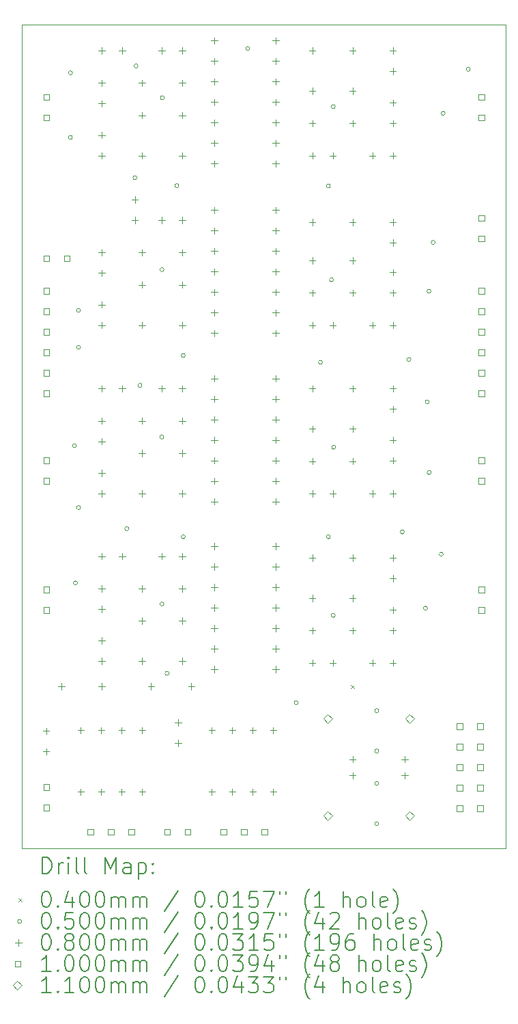
<source format=gbr>
%FSLAX45Y45*%
G04 Gerber Fmt 4.5, Leading zero omitted, Abs format (unit mm)*
G04 Created by KiCad (PCBNEW (6.0.4)) date 2023-11-12 14:03:17*
%MOMM*%
%LPD*%
G01*
G04 APERTURE LIST*
%TA.AperFunction,Profile*%
%ADD10C,0.100000*%
%TD*%
%ADD11C,0.200000*%
%ADD12C,0.040000*%
%ADD13C,0.050000*%
%ADD14C,0.080000*%
%ADD15C,0.100000*%
%ADD16C,0.110000*%
G04 APERTURE END LIST*
D10*
X14400000Y-4801000D02*
X14400000Y-14801000D01*
X8400000Y-14801000D02*
X8400000Y-4801000D01*
X8400000Y-4601000D02*
X14400000Y-4601000D01*
X14400000Y-14801000D02*
X8400000Y-14801000D01*
X8400000Y-4801000D02*
X8400000Y-4601000D01*
X14400000Y-4801000D02*
X14400000Y-4601000D01*
D11*
D12*
X12480000Y-12780000D02*
X12520000Y-12820000D01*
X12520000Y-12780000D02*
X12480000Y-12820000D01*
D13*
X9025000Y-5200000D02*
G75*
G03*
X9025000Y-5200000I-25000J0D01*
G01*
X9025000Y-6000000D02*
G75*
G03*
X9025000Y-6000000I-25000J0D01*
G01*
X9074255Y-9819757D02*
G75*
G03*
X9074255Y-9819757I-25000J0D01*
G01*
X9087642Y-11517179D02*
G75*
G03*
X9087642Y-11517179I-25000J0D01*
G01*
X9125000Y-8142902D02*
G75*
G03*
X9125000Y-8142902I-25000J0D01*
G01*
X9125000Y-8600000D02*
G75*
G03*
X9125000Y-8600000I-25000J0D01*
G01*
X9125000Y-10585000D02*
G75*
G03*
X9125000Y-10585000I-25000J0D01*
G01*
X9725000Y-10846000D02*
G75*
G03*
X9725000Y-10846000I-25000J0D01*
G01*
X9825256Y-6498017D02*
G75*
G03*
X9825256Y-6498017I-25000J0D01*
G01*
X9839549Y-5114549D02*
G75*
G03*
X9839549Y-5114549I-25000J0D01*
G01*
X9887481Y-9070425D02*
G75*
G03*
X9887481Y-9070425I-25000J0D01*
G01*
X10158466Y-9710572D02*
G75*
G03*
X10158466Y-9710572I-25000J0D01*
G01*
X10159329Y-11777909D02*
G75*
G03*
X10159329Y-11777909I-25000J0D01*
G01*
X10160883Y-7637372D02*
G75*
G03*
X10160883Y-7637372I-25000J0D01*
G01*
X10164766Y-5509079D02*
G75*
G03*
X10164766Y-5509079I-25000J0D01*
G01*
X10223336Y-12637915D02*
G75*
G03*
X10223336Y-12637915I-25000J0D01*
G01*
X10344764Y-6597151D02*
G75*
G03*
X10344764Y-6597151I-25000J0D01*
G01*
X10425000Y-8700000D02*
G75*
G03*
X10425000Y-8700000I-25000J0D01*
G01*
X10425000Y-10946000D02*
G75*
G03*
X10425000Y-10946000I-25000J0D01*
G01*
X11225000Y-4900000D02*
G75*
G03*
X11225000Y-4900000I-25000J0D01*
G01*
X11825000Y-13000000D02*
G75*
G03*
X11825000Y-13000000I-25000J0D01*
G01*
X12125000Y-8785000D02*
G75*
G03*
X12125000Y-8785000I-25000J0D01*
G01*
X12225000Y-6600000D02*
G75*
G03*
X12225000Y-6600000I-25000J0D01*
G01*
X12225000Y-10946000D02*
G75*
G03*
X12225000Y-10946000I-25000J0D01*
G01*
X12263428Y-7762111D02*
G75*
G03*
X12263428Y-7762111I-25000J0D01*
G01*
X12285176Y-5617818D02*
G75*
G03*
X12285176Y-5617818I-25000J0D01*
G01*
X12285176Y-11919270D02*
G75*
G03*
X12285176Y-11919270I-25000J0D01*
G01*
X12290613Y-9837035D02*
G75*
G03*
X12290613Y-9837035I-25000J0D01*
G01*
X12825000Y-13100000D02*
G75*
G03*
X12825000Y-13100000I-25000J0D01*
G01*
X12825000Y-13600000D02*
G75*
G03*
X12825000Y-13600000I-25000J0D01*
G01*
X12825000Y-14000000D02*
G75*
G03*
X12825000Y-14000000I-25000J0D01*
G01*
X12825000Y-14500000D02*
G75*
G03*
X12825000Y-14500000I-25000J0D01*
G01*
X13142711Y-10885294D02*
G75*
G03*
X13142711Y-10885294I-25000J0D01*
G01*
X13225000Y-8750000D02*
G75*
G03*
X13225000Y-8750000I-25000J0D01*
G01*
X13429732Y-11830434D02*
G75*
G03*
X13429732Y-11830434I-25000J0D01*
G01*
X13450000Y-9275000D02*
G75*
G03*
X13450000Y-9275000I-25000J0D01*
G01*
X13473410Y-7904070D02*
G75*
G03*
X13473410Y-7904070I-25000J0D01*
G01*
X13475000Y-10150000D02*
G75*
G03*
X13475000Y-10150000I-25000J0D01*
G01*
X13525000Y-7300000D02*
G75*
G03*
X13525000Y-7300000I-25000J0D01*
G01*
X13625000Y-11161000D02*
G75*
G03*
X13625000Y-11161000I-25000J0D01*
G01*
X13648720Y-5701278D02*
G75*
G03*
X13648720Y-5701278I-25000J0D01*
G01*
X13960422Y-5155177D02*
G75*
G03*
X13960422Y-5155177I-25000J0D01*
G01*
D14*
X8700000Y-13311750D02*
X8700000Y-13391750D01*
X8660000Y-13351750D02*
X8740000Y-13351750D01*
X8700000Y-13565750D02*
X8700000Y-13645750D01*
X8660000Y-13605750D02*
X8740000Y-13605750D01*
X8889500Y-12760000D02*
X8889500Y-12840000D01*
X8849500Y-12800000D02*
X8929500Y-12800000D01*
X9127500Y-13303750D02*
X9127500Y-13383750D01*
X9087500Y-13343750D02*
X9167500Y-13343750D01*
X9127500Y-14065750D02*
X9127500Y-14145750D01*
X9087500Y-14105750D02*
X9167500Y-14105750D01*
X9381500Y-13303750D02*
X9381500Y-13383750D01*
X9341500Y-13343750D02*
X9421500Y-13343750D01*
X9381500Y-14065750D02*
X9381500Y-14145750D01*
X9341500Y-14105750D02*
X9421500Y-14105750D01*
X9386000Y-4885000D02*
X9386000Y-4965000D01*
X9346000Y-4925000D02*
X9426000Y-4925000D01*
X9386000Y-5285000D02*
X9386000Y-5365000D01*
X9346000Y-5325000D02*
X9426000Y-5325000D01*
X9386000Y-5539000D02*
X9386000Y-5619000D01*
X9346000Y-5579000D02*
X9426000Y-5579000D01*
X9386000Y-5931000D02*
X9386000Y-6011000D01*
X9346000Y-5971000D02*
X9426000Y-5971000D01*
X9386000Y-6185000D02*
X9386000Y-6265000D01*
X9346000Y-6225000D02*
X9426000Y-6225000D01*
X9386000Y-7385000D02*
X9386000Y-7465000D01*
X9346000Y-7425000D02*
X9426000Y-7425000D01*
X9386000Y-7639000D02*
X9386000Y-7719000D01*
X9346000Y-7679000D02*
X9426000Y-7679000D01*
X9386000Y-8031000D02*
X9386000Y-8111000D01*
X9346000Y-8071000D02*
X9426000Y-8071000D01*
X9386000Y-8285000D02*
X9386000Y-8365000D01*
X9346000Y-8325000D02*
X9426000Y-8325000D01*
X9386000Y-9070000D02*
X9386000Y-9150000D01*
X9346000Y-9110000D02*
X9426000Y-9110000D01*
X9386000Y-9470000D02*
X9386000Y-9550000D01*
X9346000Y-9510000D02*
X9426000Y-9510000D01*
X9386000Y-9724000D02*
X9386000Y-9804000D01*
X9346000Y-9764000D02*
X9426000Y-9764000D01*
X9386000Y-10116000D02*
X9386000Y-10196000D01*
X9346000Y-10156000D02*
X9426000Y-10156000D01*
X9386000Y-10370000D02*
X9386000Y-10450000D01*
X9346000Y-10410000D02*
X9426000Y-10410000D01*
X9386000Y-11146000D02*
X9386000Y-11226000D01*
X9346000Y-11186000D02*
X9426000Y-11186000D01*
X9386000Y-11546000D02*
X9386000Y-11626000D01*
X9346000Y-11586000D02*
X9426000Y-11586000D01*
X9386000Y-11800000D02*
X9386000Y-11880000D01*
X9346000Y-11840000D02*
X9426000Y-11840000D01*
X9386000Y-12192000D02*
X9386000Y-12272000D01*
X9346000Y-12232000D02*
X9426000Y-12232000D01*
X9386000Y-12446000D02*
X9386000Y-12526000D01*
X9346000Y-12486000D02*
X9426000Y-12486000D01*
X9389500Y-12760000D02*
X9389500Y-12840000D01*
X9349500Y-12800000D02*
X9429500Y-12800000D01*
X9635500Y-13303750D02*
X9635500Y-13383750D01*
X9595500Y-13343750D02*
X9675500Y-13343750D01*
X9635500Y-14065750D02*
X9635500Y-14145750D01*
X9595500Y-14105750D02*
X9675500Y-14105750D01*
X9640000Y-4885000D02*
X9640000Y-4965000D01*
X9600000Y-4925000D02*
X9680000Y-4925000D01*
X9640000Y-9070000D02*
X9640000Y-9150000D01*
X9600000Y-9110000D02*
X9680000Y-9110000D01*
X9640000Y-11146000D02*
X9640000Y-11226000D01*
X9600000Y-11186000D02*
X9680000Y-11186000D01*
X9800000Y-6731000D02*
X9800000Y-6811000D01*
X9760000Y-6771000D02*
X9840000Y-6771000D01*
X9800000Y-6985000D02*
X9800000Y-7065000D01*
X9760000Y-7025000D02*
X9840000Y-7025000D01*
X9886000Y-5285000D02*
X9886000Y-5365000D01*
X9846000Y-5325000D02*
X9926000Y-5325000D01*
X9886000Y-5685000D02*
X9886000Y-5765000D01*
X9846000Y-5725000D02*
X9926000Y-5725000D01*
X9886000Y-6185000D02*
X9886000Y-6265000D01*
X9846000Y-6225000D02*
X9926000Y-6225000D01*
X9886000Y-7385000D02*
X9886000Y-7465000D01*
X9846000Y-7425000D02*
X9926000Y-7425000D01*
X9886000Y-7785000D02*
X9886000Y-7865000D01*
X9846000Y-7825000D02*
X9926000Y-7825000D01*
X9886000Y-8285000D02*
X9886000Y-8365000D01*
X9846000Y-8325000D02*
X9926000Y-8325000D01*
X9886000Y-9470000D02*
X9886000Y-9550000D01*
X9846000Y-9510000D02*
X9926000Y-9510000D01*
X9886000Y-9870000D02*
X9886000Y-9950000D01*
X9846000Y-9910000D02*
X9926000Y-9910000D01*
X9886000Y-10370000D02*
X9886000Y-10450000D01*
X9846000Y-10410000D02*
X9926000Y-10410000D01*
X9886000Y-11546000D02*
X9886000Y-11626000D01*
X9846000Y-11586000D02*
X9926000Y-11586000D01*
X9886000Y-11946000D02*
X9886000Y-12026000D01*
X9846000Y-11986000D02*
X9926000Y-11986000D01*
X9886000Y-12446000D02*
X9886000Y-12526000D01*
X9846000Y-12486000D02*
X9926000Y-12486000D01*
X9889500Y-13303750D02*
X9889500Y-13383750D01*
X9849500Y-13343750D02*
X9929500Y-13343750D01*
X9889500Y-14065750D02*
X9889500Y-14145750D01*
X9849500Y-14105750D02*
X9929500Y-14105750D01*
X10000000Y-12760000D02*
X10000000Y-12840000D01*
X9960000Y-12800000D02*
X10040000Y-12800000D01*
X10132000Y-4885000D02*
X10132000Y-4965000D01*
X10092000Y-4925000D02*
X10172000Y-4925000D01*
X10132000Y-6985000D02*
X10132000Y-7065000D01*
X10092000Y-7025000D02*
X10172000Y-7025000D01*
X10132000Y-9070000D02*
X10132000Y-9150000D01*
X10092000Y-9110000D02*
X10172000Y-9110000D01*
X10132000Y-11146000D02*
X10132000Y-11226000D01*
X10092000Y-11186000D02*
X10172000Y-11186000D01*
X10335000Y-13207000D02*
X10335000Y-13287000D01*
X10295000Y-13247000D02*
X10375000Y-13247000D01*
X10335000Y-13461000D02*
X10335000Y-13541000D01*
X10295000Y-13501000D02*
X10375000Y-13501000D01*
X10386000Y-4885000D02*
X10386000Y-4965000D01*
X10346000Y-4925000D02*
X10426000Y-4925000D01*
X10386000Y-5285000D02*
X10386000Y-5365000D01*
X10346000Y-5325000D02*
X10426000Y-5325000D01*
X10386000Y-5685000D02*
X10386000Y-5765000D01*
X10346000Y-5725000D02*
X10426000Y-5725000D01*
X10386000Y-6185000D02*
X10386000Y-6265000D01*
X10346000Y-6225000D02*
X10426000Y-6225000D01*
X10386000Y-6985000D02*
X10386000Y-7065000D01*
X10346000Y-7025000D02*
X10426000Y-7025000D01*
X10386000Y-7385000D02*
X10386000Y-7465000D01*
X10346000Y-7425000D02*
X10426000Y-7425000D01*
X10386000Y-7785000D02*
X10386000Y-7865000D01*
X10346000Y-7825000D02*
X10426000Y-7825000D01*
X10386000Y-8285000D02*
X10386000Y-8365000D01*
X10346000Y-8325000D02*
X10426000Y-8325000D01*
X10386000Y-9070000D02*
X10386000Y-9150000D01*
X10346000Y-9110000D02*
X10426000Y-9110000D01*
X10386000Y-9470000D02*
X10386000Y-9550000D01*
X10346000Y-9510000D02*
X10426000Y-9510000D01*
X10386000Y-9870000D02*
X10386000Y-9950000D01*
X10346000Y-9910000D02*
X10426000Y-9910000D01*
X10386000Y-10370000D02*
X10386000Y-10450000D01*
X10346000Y-10410000D02*
X10426000Y-10410000D01*
X10386000Y-11146000D02*
X10386000Y-11226000D01*
X10346000Y-11186000D02*
X10426000Y-11186000D01*
X10386000Y-11546000D02*
X10386000Y-11626000D01*
X10346000Y-11586000D02*
X10426000Y-11586000D01*
X10386000Y-11946000D02*
X10386000Y-12026000D01*
X10346000Y-11986000D02*
X10426000Y-11986000D01*
X10386000Y-12446000D02*
X10386000Y-12526000D01*
X10346000Y-12486000D02*
X10426000Y-12486000D01*
X10500000Y-12760000D02*
X10500000Y-12840000D01*
X10460000Y-12800000D02*
X10540000Y-12800000D01*
X10755000Y-13303750D02*
X10755000Y-13383750D01*
X10715000Y-13343750D02*
X10795000Y-13343750D01*
X10755000Y-14065750D02*
X10755000Y-14145750D01*
X10715000Y-14105750D02*
X10795000Y-14105750D01*
X10786000Y-4761000D02*
X10786000Y-4841000D01*
X10746000Y-4801000D02*
X10826000Y-4801000D01*
X10786000Y-5015000D02*
X10786000Y-5095000D01*
X10746000Y-5055000D02*
X10826000Y-5055000D01*
X10786000Y-5269000D02*
X10786000Y-5349000D01*
X10746000Y-5309000D02*
X10826000Y-5309000D01*
X10786000Y-5523000D02*
X10786000Y-5603000D01*
X10746000Y-5563000D02*
X10826000Y-5563000D01*
X10786000Y-5777000D02*
X10786000Y-5857000D01*
X10746000Y-5817000D02*
X10826000Y-5817000D01*
X10786000Y-6031000D02*
X10786000Y-6111000D01*
X10746000Y-6071000D02*
X10826000Y-6071000D01*
X10786000Y-6285000D02*
X10786000Y-6365000D01*
X10746000Y-6325000D02*
X10826000Y-6325000D01*
X10786000Y-6861000D02*
X10786000Y-6941000D01*
X10746000Y-6901000D02*
X10826000Y-6901000D01*
X10786000Y-7115000D02*
X10786000Y-7195000D01*
X10746000Y-7155000D02*
X10826000Y-7155000D01*
X10786000Y-7369000D02*
X10786000Y-7449000D01*
X10746000Y-7409000D02*
X10826000Y-7409000D01*
X10786000Y-7623000D02*
X10786000Y-7703000D01*
X10746000Y-7663000D02*
X10826000Y-7663000D01*
X10786000Y-7877000D02*
X10786000Y-7957000D01*
X10746000Y-7917000D02*
X10826000Y-7917000D01*
X10786000Y-8131000D02*
X10786000Y-8211000D01*
X10746000Y-8171000D02*
X10826000Y-8171000D01*
X10786000Y-8385000D02*
X10786000Y-8465000D01*
X10746000Y-8425000D02*
X10826000Y-8425000D01*
X10786000Y-8946000D02*
X10786000Y-9026000D01*
X10746000Y-8986000D02*
X10826000Y-8986000D01*
X10786000Y-9200000D02*
X10786000Y-9280000D01*
X10746000Y-9240000D02*
X10826000Y-9240000D01*
X10786000Y-9454000D02*
X10786000Y-9534000D01*
X10746000Y-9494000D02*
X10826000Y-9494000D01*
X10786000Y-9708000D02*
X10786000Y-9788000D01*
X10746000Y-9748000D02*
X10826000Y-9748000D01*
X10786000Y-9962000D02*
X10786000Y-10042000D01*
X10746000Y-10002000D02*
X10826000Y-10002000D01*
X10786000Y-10216000D02*
X10786000Y-10296000D01*
X10746000Y-10256000D02*
X10826000Y-10256000D01*
X10786000Y-10470000D02*
X10786000Y-10550000D01*
X10746000Y-10510000D02*
X10826000Y-10510000D01*
X10786000Y-11022000D02*
X10786000Y-11102000D01*
X10746000Y-11062000D02*
X10826000Y-11062000D01*
X10786000Y-11276000D02*
X10786000Y-11356000D01*
X10746000Y-11316000D02*
X10826000Y-11316000D01*
X10786000Y-11530000D02*
X10786000Y-11610000D01*
X10746000Y-11570000D02*
X10826000Y-11570000D01*
X10786000Y-11784000D02*
X10786000Y-11864000D01*
X10746000Y-11824000D02*
X10826000Y-11824000D01*
X10786000Y-12038000D02*
X10786000Y-12118000D01*
X10746000Y-12078000D02*
X10826000Y-12078000D01*
X10786000Y-12292000D02*
X10786000Y-12372000D01*
X10746000Y-12332000D02*
X10826000Y-12332000D01*
X10786000Y-12546000D02*
X10786000Y-12626000D01*
X10746000Y-12586000D02*
X10826000Y-12586000D01*
X11009000Y-13303750D02*
X11009000Y-13383750D01*
X10969000Y-13343750D02*
X11049000Y-13343750D01*
X11009000Y-14065750D02*
X11009000Y-14145750D01*
X10969000Y-14105750D02*
X11049000Y-14105750D01*
X11263000Y-13303750D02*
X11263000Y-13383750D01*
X11223000Y-13343750D02*
X11303000Y-13343750D01*
X11263000Y-14065750D02*
X11263000Y-14145750D01*
X11223000Y-14105750D02*
X11303000Y-14105750D01*
X11517000Y-13303750D02*
X11517000Y-13383750D01*
X11477000Y-13343750D02*
X11557000Y-13343750D01*
X11517000Y-14065750D02*
X11517000Y-14145750D01*
X11477000Y-14105750D02*
X11557000Y-14105750D01*
X11548000Y-4761000D02*
X11548000Y-4841000D01*
X11508000Y-4801000D02*
X11588000Y-4801000D01*
X11548000Y-5015000D02*
X11548000Y-5095000D01*
X11508000Y-5055000D02*
X11588000Y-5055000D01*
X11548000Y-5269000D02*
X11548000Y-5349000D01*
X11508000Y-5309000D02*
X11588000Y-5309000D01*
X11548000Y-5523000D02*
X11548000Y-5603000D01*
X11508000Y-5563000D02*
X11588000Y-5563000D01*
X11548000Y-5777000D02*
X11548000Y-5857000D01*
X11508000Y-5817000D02*
X11588000Y-5817000D01*
X11548000Y-6031000D02*
X11548000Y-6111000D01*
X11508000Y-6071000D02*
X11588000Y-6071000D01*
X11548000Y-6285000D02*
X11548000Y-6365000D01*
X11508000Y-6325000D02*
X11588000Y-6325000D01*
X11548000Y-6861000D02*
X11548000Y-6941000D01*
X11508000Y-6901000D02*
X11588000Y-6901000D01*
X11548000Y-7115000D02*
X11548000Y-7195000D01*
X11508000Y-7155000D02*
X11588000Y-7155000D01*
X11548000Y-7369000D02*
X11548000Y-7449000D01*
X11508000Y-7409000D02*
X11588000Y-7409000D01*
X11548000Y-7623000D02*
X11548000Y-7703000D01*
X11508000Y-7663000D02*
X11588000Y-7663000D01*
X11548000Y-7877000D02*
X11548000Y-7957000D01*
X11508000Y-7917000D02*
X11588000Y-7917000D01*
X11548000Y-8131000D02*
X11548000Y-8211000D01*
X11508000Y-8171000D02*
X11588000Y-8171000D01*
X11548000Y-8385000D02*
X11548000Y-8465000D01*
X11508000Y-8425000D02*
X11588000Y-8425000D01*
X11548000Y-8946000D02*
X11548000Y-9026000D01*
X11508000Y-8986000D02*
X11588000Y-8986000D01*
X11548000Y-9200000D02*
X11548000Y-9280000D01*
X11508000Y-9240000D02*
X11588000Y-9240000D01*
X11548000Y-9454000D02*
X11548000Y-9534000D01*
X11508000Y-9494000D02*
X11588000Y-9494000D01*
X11548000Y-9708000D02*
X11548000Y-9788000D01*
X11508000Y-9748000D02*
X11588000Y-9748000D01*
X11548000Y-9962000D02*
X11548000Y-10042000D01*
X11508000Y-10002000D02*
X11588000Y-10002000D01*
X11548000Y-10216000D02*
X11548000Y-10296000D01*
X11508000Y-10256000D02*
X11588000Y-10256000D01*
X11548000Y-10470000D02*
X11548000Y-10550000D01*
X11508000Y-10510000D02*
X11588000Y-10510000D01*
X11548000Y-11022000D02*
X11548000Y-11102000D01*
X11508000Y-11062000D02*
X11588000Y-11062000D01*
X11548000Y-11276000D02*
X11548000Y-11356000D01*
X11508000Y-11316000D02*
X11588000Y-11316000D01*
X11548000Y-11530000D02*
X11548000Y-11610000D01*
X11508000Y-11570000D02*
X11588000Y-11570000D01*
X11548000Y-11784000D02*
X11548000Y-11864000D01*
X11508000Y-11824000D02*
X11588000Y-11824000D01*
X11548000Y-12038000D02*
X11548000Y-12118000D01*
X11508000Y-12078000D02*
X11588000Y-12078000D01*
X11548000Y-12292000D02*
X11548000Y-12372000D01*
X11508000Y-12332000D02*
X11588000Y-12332000D01*
X11548000Y-12546000D02*
X11548000Y-12626000D01*
X11508000Y-12586000D02*
X11588000Y-12586000D01*
X12000000Y-4885000D02*
X12000000Y-4965000D01*
X11960000Y-4925000D02*
X12040000Y-4925000D01*
X12000000Y-5385000D02*
X12000000Y-5465000D01*
X11960000Y-5425000D02*
X12040000Y-5425000D01*
X12000000Y-5785000D02*
X12000000Y-5865000D01*
X11960000Y-5825000D02*
X12040000Y-5825000D01*
X12000000Y-6185000D02*
X12000000Y-6265000D01*
X11960000Y-6225000D02*
X12040000Y-6225000D01*
X12000000Y-7010000D02*
X12000000Y-7090000D01*
X11960000Y-7050000D02*
X12040000Y-7050000D01*
X12000000Y-7485000D02*
X12000000Y-7565000D01*
X11960000Y-7525000D02*
X12040000Y-7525000D01*
X12000000Y-7885000D02*
X12000000Y-7965000D01*
X11960000Y-7925000D02*
X12040000Y-7925000D01*
X12000000Y-8285000D02*
X12000000Y-8365000D01*
X11960000Y-8325000D02*
X12040000Y-8325000D01*
X12000000Y-9070000D02*
X12000000Y-9150000D01*
X11960000Y-9110000D02*
X12040000Y-9110000D01*
X12000000Y-9570000D02*
X12000000Y-9650000D01*
X11960000Y-9610000D02*
X12040000Y-9610000D01*
X12000000Y-9970000D02*
X12000000Y-10050000D01*
X11960000Y-10010000D02*
X12040000Y-10010000D01*
X12000000Y-10370000D02*
X12000000Y-10450000D01*
X11960000Y-10410000D02*
X12040000Y-10410000D01*
X12000000Y-11167000D02*
X12000000Y-11247000D01*
X11960000Y-11207000D02*
X12040000Y-11207000D01*
X12000000Y-11667000D02*
X12000000Y-11747000D01*
X11960000Y-11707000D02*
X12040000Y-11707000D01*
X12000000Y-12067000D02*
X12000000Y-12147000D01*
X11960000Y-12107000D02*
X12040000Y-12107000D01*
X12000000Y-12467000D02*
X12000000Y-12547000D01*
X11960000Y-12507000D02*
X12040000Y-12507000D01*
X12254000Y-6185000D02*
X12254000Y-6265000D01*
X12214000Y-6225000D02*
X12294000Y-6225000D01*
X12254000Y-8285000D02*
X12254000Y-8365000D01*
X12214000Y-8325000D02*
X12294000Y-8325000D01*
X12254000Y-10370000D02*
X12254000Y-10450000D01*
X12214000Y-10410000D02*
X12294000Y-10410000D01*
X12254000Y-12467000D02*
X12254000Y-12547000D01*
X12214000Y-12507000D02*
X12294000Y-12507000D01*
X12500000Y-4885000D02*
X12500000Y-4965000D01*
X12460000Y-4925000D02*
X12540000Y-4925000D01*
X12500000Y-5385000D02*
X12500000Y-5465000D01*
X12460000Y-5425000D02*
X12540000Y-5425000D01*
X12500000Y-5785000D02*
X12500000Y-5865000D01*
X12460000Y-5825000D02*
X12540000Y-5825000D01*
X12500000Y-7010000D02*
X12500000Y-7090000D01*
X12460000Y-7050000D02*
X12540000Y-7050000D01*
X12500000Y-7485000D02*
X12500000Y-7565000D01*
X12460000Y-7525000D02*
X12540000Y-7525000D01*
X12500000Y-7885000D02*
X12500000Y-7965000D01*
X12460000Y-7925000D02*
X12540000Y-7925000D01*
X12500000Y-9070000D02*
X12500000Y-9150000D01*
X12460000Y-9110000D02*
X12540000Y-9110000D01*
X12500000Y-9570000D02*
X12500000Y-9650000D01*
X12460000Y-9610000D02*
X12540000Y-9610000D01*
X12500000Y-9970000D02*
X12500000Y-10050000D01*
X12460000Y-10010000D02*
X12540000Y-10010000D01*
X12500000Y-11167000D02*
X12500000Y-11247000D01*
X12460000Y-11207000D02*
X12540000Y-11207000D01*
X12500000Y-11667000D02*
X12500000Y-11747000D01*
X12460000Y-11707000D02*
X12540000Y-11707000D01*
X12500000Y-12067000D02*
X12500000Y-12147000D01*
X12460000Y-12107000D02*
X12540000Y-12107000D01*
X12500000Y-13661000D02*
X12500000Y-13741000D01*
X12460000Y-13701000D02*
X12540000Y-13701000D01*
X12500000Y-13861000D02*
X12500000Y-13941000D01*
X12460000Y-13901000D02*
X12540000Y-13901000D01*
X12746000Y-6185000D02*
X12746000Y-6265000D01*
X12706000Y-6225000D02*
X12786000Y-6225000D01*
X12746000Y-8285000D02*
X12746000Y-8365000D01*
X12706000Y-8325000D02*
X12786000Y-8325000D01*
X12746000Y-10370000D02*
X12746000Y-10450000D01*
X12706000Y-10410000D02*
X12786000Y-10410000D01*
X12746000Y-12467000D02*
X12746000Y-12547000D01*
X12706000Y-12507000D02*
X12786000Y-12507000D01*
X13000000Y-4885000D02*
X13000000Y-4965000D01*
X12960000Y-4925000D02*
X13040000Y-4925000D01*
X13000000Y-5139000D02*
X13000000Y-5219000D01*
X12960000Y-5179000D02*
X13040000Y-5179000D01*
X13000000Y-5531000D02*
X13000000Y-5611000D01*
X12960000Y-5571000D02*
X13040000Y-5571000D01*
X13000000Y-5785000D02*
X13000000Y-5865000D01*
X12960000Y-5825000D02*
X13040000Y-5825000D01*
X13000000Y-6185000D02*
X13000000Y-6265000D01*
X12960000Y-6225000D02*
X13040000Y-6225000D01*
X13000000Y-7010000D02*
X13000000Y-7090000D01*
X12960000Y-7050000D02*
X13040000Y-7050000D01*
X13000000Y-7264000D02*
X13000000Y-7344000D01*
X12960000Y-7304000D02*
X13040000Y-7304000D01*
X13000000Y-7631000D02*
X13000000Y-7711000D01*
X12960000Y-7671000D02*
X13040000Y-7671000D01*
X13000000Y-7885000D02*
X13000000Y-7965000D01*
X12960000Y-7925000D02*
X13040000Y-7925000D01*
X13000000Y-8285000D02*
X13000000Y-8365000D01*
X12960000Y-8325000D02*
X13040000Y-8325000D01*
X13000000Y-9070000D02*
X13000000Y-9150000D01*
X12960000Y-9110000D02*
X13040000Y-9110000D01*
X13000000Y-9324000D02*
X13000000Y-9404000D01*
X12960000Y-9364000D02*
X13040000Y-9364000D01*
X13000000Y-9707500D02*
X13000000Y-9787500D01*
X12960000Y-9747500D02*
X13040000Y-9747500D01*
X13000000Y-9961500D02*
X13000000Y-10041500D01*
X12960000Y-10001500D02*
X13040000Y-10001500D01*
X13000000Y-10370000D02*
X13000000Y-10450000D01*
X12960000Y-10410000D02*
X13040000Y-10410000D01*
X13000000Y-11167000D02*
X13000000Y-11247000D01*
X12960000Y-11207000D02*
X13040000Y-11207000D01*
X13000000Y-11421000D02*
X13000000Y-11501000D01*
X12960000Y-11461000D02*
X13040000Y-11461000D01*
X13000000Y-11813000D02*
X13000000Y-11893000D01*
X12960000Y-11853000D02*
X13040000Y-11853000D01*
X13000000Y-12067000D02*
X13000000Y-12147000D01*
X12960000Y-12107000D02*
X13040000Y-12107000D01*
X13000000Y-12467000D02*
X13000000Y-12547000D01*
X12960000Y-12507000D02*
X13040000Y-12507000D01*
X13146250Y-13661000D02*
X13146250Y-13741000D01*
X13106250Y-13701000D02*
X13186250Y-13701000D01*
X13146250Y-13861000D02*
X13146250Y-13941000D01*
X13106250Y-13901000D02*
X13186250Y-13901000D01*
D15*
X8735356Y-5536356D02*
X8735356Y-5465644D01*
X8664644Y-5465644D01*
X8664644Y-5536356D01*
X8735356Y-5536356D01*
X8735356Y-5790356D02*
X8735356Y-5719644D01*
X8664644Y-5719644D01*
X8664644Y-5790356D01*
X8735356Y-5790356D01*
X8735356Y-7535356D02*
X8735356Y-7464644D01*
X8664644Y-7464644D01*
X8664644Y-7535356D01*
X8735356Y-7535356D01*
X8735356Y-7935356D02*
X8735356Y-7864644D01*
X8664644Y-7864644D01*
X8664644Y-7935356D01*
X8735356Y-7935356D01*
X8735356Y-8189356D02*
X8735356Y-8118644D01*
X8664644Y-8118644D01*
X8664644Y-8189356D01*
X8735356Y-8189356D01*
X8735356Y-8443356D02*
X8735356Y-8372644D01*
X8664644Y-8372644D01*
X8664644Y-8443356D01*
X8735356Y-8443356D01*
X8735356Y-8697356D02*
X8735356Y-8626644D01*
X8664644Y-8626644D01*
X8664644Y-8697356D01*
X8735356Y-8697356D01*
X8735356Y-8951356D02*
X8735356Y-8880644D01*
X8664644Y-8880644D01*
X8664644Y-8951356D01*
X8735356Y-8951356D01*
X8735356Y-9205356D02*
X8735356Y-9134644D01*
X8664644Y-9134644D01*
X8664644Y-9205356D01*
X8735356Y-9205356D01*
X8735356Y-10036356D02*
X8735356Y-9965644D01*
X8664644Y-9965644D01*
X8664644Y-10036356D01*
X8735356Y-10036356D01*
X8735356Y-10290356D02*
X8735356Y-10219644D01*
X8664644Y-10219644D01*
X8664644Y-10290356D01*
X8735356Y-10290356D01*
X8735356Y-11636356D02*
X8735356Y-11565644D01*
X8664644Y-11565644D01*
X8664644Y-11636356D01*
X8735356Y-11636356D01*
X8735356Y-11890356D02*
X8735356Y-11819644D01*
X8664644Y-11819644D01*
X8664644Y-11890356D01*
X8735356Y-11890356D01*
X8735356Y-14082356D02*
X8735356Y-14011644D01*
X8664644Y-14011644D01*
X8664644Y-14082356D01*
X8735356Y-14082356D01*
X8735356Y-14336356D02*
X8735356Y-14265644D01*
X8664644Y-14265644D01*
X8664644Y-14336356D01*
X8735356Y-14336356D01*
X8989356Y-7535356D02*
X8989356Y-7464644D01*
X8918644Y-7464644D01*
X8918644Y-7535356D01*
X8989356Y-7535356D01*
X9282856Y-14636356D02*
X9282856Y-14565644D01*
X9212144Y-14565644D01*
X9212144Y-14636356D01*
X9282856Y-14636356D01*
X9536856Y-14636356D02*
X9536856Y-14565644D01*
X9466144Y-14565644D01*
X9466144Y-14636356D01*
X9536856Y-14636356D01*
X9790856Y-14636356D02*
X9790856Y-14565644D01*
X9720144Y-14565644D01*
X9720144Y-14636356D01*
X9790856Y-14636356D01*
X10235356Y-14636356D02*
X10235356Y-14565644D01*
X10164644Y-14565644D01*
X10164644Y-14636356D01*
X10235356Y-14636356D01*
X10489356Y-14636356D02*
X10489356Y-14565644D01*
X10418644Y-14565644D01*
X10418644Y-14636356D01*
X10489356Y-14636356D01*
X10935356Y-14636356D02*
X10935356Y-14565644D01*
X10864644Y-14565644D01*
X10864644Y-14636356D01*
X10935356Y-14636356D01*
X11189356Y-14636356D02*
X11189356Y-14565644D01*
X11118644Y-14565644D01*
X11118644Y-14636356D01*
X11189356Y-14636356D01*
X11443356Y-14636356D02*
X11443356Y-14565644D01*
X11372644Y-14565644D01*
X11372644Y-14636356D01*
X11443356Y-14636356D01*
X13863106Y-13328856D02*
X13863106Y-13258144D01*
X13792394Y-13258144D01*
X13792394Y-13328856D01*
X13863106Y-13328856D01*
X13863106Y-13582856D02*
X13863106Y-13512144D01*
X13792394Y-13512144D01*
X13792394Y-13582856D01*
X13863106Y-13582856D01*
X13863106Y-13836856D02*
X13863106Y-13766144D01*
X13792394Y-13766144D01*
X13792394Y-13836856D01*
X13863106Y-13836856D01*
X13863106Y-14090856D02*
X13863106Y-14020144D01*
X13792394Y-14020144D01*
X13792394Y-14090856D01*
X13863106Y-14090856D01*
X13863106Y-14344856D02*
X13863106Y-14274144D01*
X13792394Y-14274144D01*
X13792394Y-14344856D01*
X13863106Y-14344856D01*
X14117106Y-13328856D02*
X14117106Y-13258144D01*
X14046394Y-13258144D01*
X14046394Y-13328856D01*
X14117106Y-13328856D01*
X14117106Y-13582856D02*
X14117106Y-13512144D01*
X14046394Y-13512144D01*
X14046394Y-13582856D01*
X14117106Y-13582856D01*
X14117106Y-13836856D02*
X14117106Y-13766144D01*
X14046394Y-13766144D01*
X14046394Y-13836856D01*
X14117106Y-13836856D01*
X14117106Y-14090856D02*
X14117106Y-14020144D01*
X14046394Y-14020144D01*
X14046394Y-14090856D01*
X14117106Y-14090856D01*
X14117106Y-14344856D02*
X14117106Y-14274144D01*
X14046394Y-14274144D01*
X14046394Y-14344856D01*
X14117106Y-14344856D01*
X14135356Y-5535356D02*
X14135356Y-5464644D01*
X14064644Y-5464644D01*
X14064644Y-5535356D01*
X14135356Y-5535356D01*
X14135356Y-5789356D02*
X14135356Y-5718644D01*
X14064644Y-5718644D01*
X14064644Y-5789356D01*
X14135356Y-5789356D01*
X14135356Y-7035356D02*
X14135356Y-6964644D01*
X14064644Y-6964644D01*
X14064644Y-7035356D01*
X14135356Y-7035356D01*
X14135356Y-7289356D02*
X14135356Y-7218644D01*
X14064644Y-7218644D01*
X14064644Y-7289356D01*
X14135356Y-7289356D01*
X14135356Y-7935356D02*
X14135356Y-7864644D01*
X14064644Y-7864644D01*
X14064644Y-7935356D01*
X14135356Y-7935356D01*
X14135356Y-8189356D02*
X14135356Y-8118644D01*
X14064644Y-8118644D01*
X14064644Y-8189356D01*
X14135356Y-8189356D01*
X14135356Y-8443356D02*
X14135356Y-8372644D01*
X14064644Y-8372644D01*
X14064644Y-8443356D01*
X14135356Y-8443356D01*
X14135356Y-8697356D02*
X14135356Y-8626644D01*
X14064644Y-8626644D01*
X14064644Y-8697356D01*
X14135356Y-8697356D01*
X14135356Y-8951356D02*
X14135356Y-8880644D01*
X14064644Y-8880644D01*
X14064644Y-8951356D01*
X14135356Y-8951356D01*
X14135356Y-9205356D02*
X14135356Y-9134644D01*
X14064644Y-9134644D01*
X14064644Y-9205356D01*
X14135356Y-9205356D01*
X14135356Y-10036356D02*
X14135356Y-9965644D01*
X14064644Y-9965644D01*
X14064644Y-10036356D01*
X14135356Y-10036356D01*
X14135356Y-10290356D02*
X14135356Y-10219644D01*
X14064644Y-10219644D01*
X14064644Y-10290356D01*
X14135356Y-10290356D01*
X14135356Y-11636356D02*
X14135356Y-11565644D01*
X14064644Y-11565644D01*
X14064644Y-11636356D01*
X14135356Y-11636356D01*
X14135356Y-11890356D02*
X14135356Y-11819644D01*
X14064644Y-11819644D01*
X14064644Y-11890356D01*
X14135356Y-11890356D01*
D16*
X12192000Y-13255000D02*
X12247000Y-13200000D01*
X12192000Y-13145000D01*
X12137000Y-13200000D01*
X12192000Y-13255000D01*
X12192000Y-14456000D02*
X12247000Y-14401000D01*
X12192000Y-14346000D01*
X12137000Y-14401000D01*
X12192000Y-14456000D01*
X13208000Y-13255000D02*
X13263000Y-13200000D01*
X13208000Y-13145000D01*
X13153000Y-13200000D01*
X13208000Y-13255000D01*
X13208000Y-14456000D02*
X13263000Y-14401000D01*
X13208000Y-14346000D01*
X13153000Y-14401000D01*
X13208000Y-14456000D01*
D11*
X8652619Y-15116476D02*
X8652619Y-14916476D01*
X8700238Y-14916476D01*
X8728810Y-14926000D01*
X8747857Y-14945048D01*
X8757381Y-14964095D01*
X8766905Y-15002190D01*
X8766905Y-15030762D01*
X8757381Y-15068857D01*
X8747857Y-15087905D01*
X8728810Y-15106952D01*
X8700238Y-15116476D01*
X8652619Y-15116476D01*
X8852619Y-15116476D02*
X8852619Y-14983143D01*
X8852619Y-15021238D02*
X8862143Y-15002190D01*
X8871667Y-14992667D01*
X8890714Y-14983143D01*
X8909762Y-14983143D01*
X8976429Y-15116476D02*
X8976429Y-14983143D01*
X8976429Y-14916476D02*
X8966905Y-14926000D01*
X8976429Y-14935524D01*
X8985952Y-14926000D01*
X8976429Y-14916476D01*
X8976429Y-14935524D01*
X9100238Y-15116476D02*
X9081190Y-15106952D01*
X9071667Y-15087905D01*
X9071667Y-14916476D01*
X9205000Y-15116476D02*
X9185952Y-15106952D01*
X9176429Y-15087905D01*
X9176429Y-14916476D01*
X9433571Y-15116476D02*
X9433571Y-14916476D01*
X9500238Y-15059333D01*
X9566905Y-14916476D01*
X9566905Y-15116476D01*
X9747857Y-15116476D02*
X9747857Y-15011714D01*
X9738333Y-14992667D01*
X9719286Y-14983143D01*
X9681190Y-14983143D01*
X9662143Y-14992667D01*
X9747857Y-15106952D02*
X9728810Y-15116476D01*
X9681190Y-15116476D01*
X9662143Y-15106952D01*
X9652619Y-15087905D01*
X9652619Y-15068857D01*
X9662143Y-15049809D01*
X9681190Y-15040286D01*
X9728810Y-15040286D01*
X9747857Y-15030762D01*
X9843095Y-14983143D02*
X9843095Y-15183143D01*
X9843095Y-14992667D02*
X9862143Y-14983143D01*
X9900238Y-14983143D01*
X9919286Y-14992667D01*
X9928810Y-15002190D01*
X9938333Y-15021238D01*
X9938333Y-15078381D01*
X9928810Y-15097428D01*
X9919286Y-15106952D01*
X9900238Y-15116476D01*
X9862143Y-15116476D01*
X9843095Y-15106952D01*
X10024048Y-15097428D02*
X10033571Y-15106952D01*
X10024048Y-15116476D01*
X10014524Y-15106952D01*
X10024048Y-15097428D01*
X10024048Y-15116476D01*
X10024048Y-14992667D02*
X10033571Y-15002190D01*
X10024048Y-15011714D01*
X10014524Y-15002190D01*
X10024048Y-14992667D01*
X10024048Y-15011714D01*
D12*
X8355000Y-15426000D02*
X8395000Y-15466000D01*
X8395000Y-15426000D02*
X8355000Y-15466000D01*
D11*
X8690714Y-15336476D02*
X8709762Y-15336476D01*
X8728810Y-15346000D01*
X8738333Y-15355524D01*
X8747857Y-15374571D01*
X8757381Y-15412667D01*
X8757381Y-15460286D01*
X8747857Y-15498381D01*
X8738333Y-15517428D01*
X8728810Y-15526952D01*
X8709762Y-15536476D01*
X8690714Y-15536476D01*
X8671667Y-15526952D01*
X8662143Y-15517428D01*
X8652619Y-15498381D01*
X8643095Y-15460286D01*
X8643095Y-15412667D01*
X8652619Y-15374571D01*
X8662143Y-15355524D01*
X8671667Y-15346000D01*
X8690714Y-15336476D01*
X8843095Y-15517428D02*
X8852619Y-15526952D01*
X8843095Y-15536476D01*
X8833571Y-15526952D01*
X8843095Y-15517428D01*
X8843095Y-15536476D01*
X9024048Y-15403143D02*
X9024048Y-15536476D01*
X8976429Y-15326952D02*
X8928810Y-15469809D01*
X9052619Y-15469809D01*
X9166905Y-15336476D02*
X9185952Y-15336476D01*
X9205000Y-15346000D01*
X9214524Y-15355524D01*
X9224048Y-15374571D01*
X9233571Y-15412667D01*
X9233571Y-15460286D01*
X9224048Y-15498381D01*
X9214524Y-15517428D01*
X9205000Y-15526952D01*
X9185952Y-15536476D01*
X9166905Y-15536476D01*
X9147857Y-15526952D01*
X9138333Y-15517428D01*
X9128810Y-15498381D01*
X9119286Y-15460286D01*
X9119286Y-15412667D01*
X9128810Y-15374571D01*
X9138333Y-15355524D01*
X9147857Y-15346000D01*
X9166905Y-15336476D01*
X9357381Y-15336476D02*
X9376429Y-15336476D01*
X9395476Y-15346000D01*
X9405000Y-15355524D01*
X9414524Y-15374571D01*
X9424048Y-15412667D01*
X9424048Y-15460286D01*
X9414524Y-15498381D01*
X9405000Y-15517428D01*
X9395476Y-15526952D01*
X9376429Y-15536476D01*
X9357381Y-15536476D01*
X9338333Y-15526952D01*
X9328810Y-15517428D01*
X9319286Y-15498381D01*
X9309762Y-15460286D01*
X9309762Y-15412667D01*
X9319286Y-15374571D01*
X9328810Y-15355524D01*
X9338333Y-15346000D01*
X9357381Y-15336476D01*
X9509762Y-15536476D02*
X9509762Y-15403143D01*
X9509762Y-15422190D02*
X9519286Y-15412667D01*
X9538333Y-15403143D01*
X9566905Y-15403143D01*
X9585952Y-15412667D01*
X9595476Y-15431714D01*
X9595476Y-15536476D01*
X9595476Y-15431714D02*
X9605000Y-15412667D01*
X9624048Y-15403143D01*
X9652619Y-15403143D01*
X9671667Y-15412667D01*
X9681190Y-15431714D01*
X9681190Y-15536476D01*
X9776429Y-15536476D02*
X9776429Y-15403143D01*
X9776429Y-15422190D02*
X9785952Y-15412667D01*
X9805000Y-15403143D01*
X9833571Y-15403143D01*
X9852619Y-15412667D01*
X9862143Y-15431714D01*
X9862143Y-15536476D01*
X9862143Y-15431714D02*
X9871667Y-15412667D01*
X9890714Y-15403143D01*
X9919286Y-15403143D01*
X9938333Y-15412667D01*
X9947857Y-15431714D01*
X9947857Y-15536476D01*
X10338333Y-15326952D02*
X10166905Y-15584095D01*
X10595476Y-15336476D02*
X10614524Y-15336476D01*
X10633571Y-15346000D01*
X10643095Y-15355524D01*
X10652619Y-15374571D01*
X10662143Y-15412667D01*
X10662143Y-15460286D01*
X10652619Y-15498381D01*
X10643095Y-15517428D01*
X10633571Y-15526952D01*
X10614524Y-15536476D01*
X10595476Y-15536476D01*
X10576429Y-15526952D01*
X10566905Y-15517428D01*
X10557381Y-15498381D01*
X10547857Y-15460286D01*
X10547857Y-15412667D01*
X10557381Y-15374571D01*
X10566905Y-15355524D01*
X10576429Y-15346000D01*
X10595476Y-15336476D01*
X10747857Y-15517428D02*
X10757381Y-15526952D01*
X10747857Y-15536476D01*
X10738333Y-15526952D01*
X10747857Y-15517428D01*
X10747857Y-15536476D01*
X10881190Y-15336476D02*
X10900238Y-15336476D01*
X10919286Y-15346000D01*
X10928810Y-15355524D01*
X10938333Y-15374571D01*
X10947857Y-15412667D01*
X10947857Y-15460286D01*
X10938333Y-15498381D01*
X10928810Y-15517428D01*
X10919286Y-15526952D01*
X10900238Y-15536476D01*
X10881190Y-15536476D01*
X10862143Y-15526952D01*
X10852619Y-15517428D01*
X10843095Y-15498381D01*
X10833571Y-15460286D01*
X10833571Y-15412667D01*
X10843095Y-15374571D01*
X10852619Y-15355524D01*
X10862143Y-15346000D01*
X10881190Y-15336476D01*
X11138333Y-15536476D02*
X11024048Y-15536476D01*
X11081190Y-15536476D02*
X11081190Y-15336476D01*
X11062143Y-15365048D01*
X11043095Y-15384095D01*
X11024048Y-15393619D01*
X11319286Y-15336476D02*
X11224048Y-15336476D01*
X11214524Y-15431714D01*
X11224048Y-15422190D01*
X11243095Y-15412667D01*
X11290714Y-15412667D01*
X11309762Y-15422190D01*
X11319286Y-15431714D01*
X11328809Y-15450762D01*
X11328809Y-15498381D01*
X11319286Y-15517428D01*
X11309762Y-15526952D01*
X11290714Y-15536476D01*
X11243095Y-15536476D01*
X11224048Y-15526952D01*
X11214524Y-15517428D01*
X11395476Y-15336476D02*
X11528809Y-15336476D01*
X11443095Y-15536476D01*
X11595476Y-15336476D02*
X11595476Y-15374571D01*
X11671667Y-15336476D02*
X11671667Y-15374571D01*
X11966905Y-15612667D02*
X11957381Y-15603143D01*
X11938333Y-15574571D01*
X11928809Y-15555524D01*
X11919286Y-15526952D01*
X11909762Y-15479333D01*
X11909762Y-15441238D01*
X11919286Y-15393619D01*
X11928809Y-15365048D01*
X11938333Y-15346000D01*
X11957381Y-15317428D01*
X11966905Y-15307905D01*
X12147857Y-15536476D02*
X12033571Y-15536476D01*
X12090714Y-15536476D02*
X12090714Y-15336476D01*
X12071667Y-15365048D01*
X12052619Y-15384095D01*
X12033571Y-15393619D01*
X12385952Y-15536476D02*
X12385952Y-15336476D01*
X12471667Y-15536476D02*
X12471667Y-15431714D01*
X12462143Y-15412667D01*
X12443095Y-15403143D01*
X12414524Y-15403143D01*
X12395476Y-15412667D01*
X12385952Y-15422190D01*
X12595476Y-15536476D02*
X12576428Y-15526952D01*
X12566905Y-15517428D01*
X12557381Y-15498381D01*
X12557381Y-15441238D01*
X12566905Y-15422190D01*
X12576428Y-15412667D01*
X12595476Y-15403143D01*
X12624048Y-15403143D01*
X12643095Y-15412667D01*
X12652619Y-15422190D01*
X12662143Y-15441238D01*
X12662143Y-15498381D01*
X12652619Y-15517428D01*
X12643095Y-15526952D01*
X12624048Y-15536476D01*
X12595476Y-15536476D01*
X12776428Y-15536476D02*
X12757381Y-15526952D01*
X12747857Y-15507905D01*
X12747857Y-15336476D01*
X12928809Y-15526952D02*
X12909762Y-15536476D01*
X12871667Y-15536476D01*
X12852619Y-15526952D01*
X12843095Y-15507905D01*
X12843095Y-15431714D01*
X12852619Y-15412667D01*
X12871667Y-15403143D01*
X12909762Y-15403143D01*
X12928809Y-15412667D01*
X12938333Y-15431714D01*
X12938333Y-15450762D01*
X12843095Y-15469809D01*
X13005000Y-15612667D02*
X13014524Y-15603143D01*
X13033571Y-15574571D01*
X13043095Y-15555524D01*
X13052619Y-15526952D01*
X13062143Y-15479333D01*
X13062143Y-15441238D01*
X13052619Y-15393619D01*
X13043095Y-15365048D01*
X13033571Y-15346000D01*
X13014524Y-15317428D01*
X13005000Y-15307905D01*
D13*
X8395000Y-15710000D02*
G75*
G03*
X8395000Y-15710000I-25000J0D01*
G01*
D11*
X8690714Y-15600476D02*
X8709762Y-15600476D01*
X8728810Y-15610000D01*
X8738333Y-15619524D01*
X8747857Y-15638571D01*
X8757381Y-15676667D01*
X8757381Y-15724286D01*
X8747857Y-15762381D01*
X8738333Y-15781428D01*
X8728810Y-15790952D01*
X8709762Y-15800476D01*
X8690714Y-15800476D01*
X8671667Y-15790952D01*
X8662143Y-15781428D01*
X8652619Y-15762381D01*
X8643095Y-15724286D01*
X8643095Y-15676667D01*
X8652619Y-15638571D01*
X8662143Y-15619524D01*
X8671667Y-15610000D01*
X8690714Y-15600476D01*
X8843095Y-15781428D02*
X8852619Y-15790952D01*
X8843095Y-15800476D01*
X8833571Y-15790952D01*
X8843095Y-15781428D01*
X8843095Y-15800476D01*
X9033571Y-15600476D02*
X8938333Y-15600476D01*
X8928810Y-15695714D01*
X8938333Y-15686190D01*
X8957381Y-15676667D01*
X9005000Y-15676667D01*
X9024048Y-15686190D01*
X9033571Y-15695714D01*
X9043095Y-15714762D01*
X9043095Y-15762381D01*
X9033571Y-15781428D01*
X9024048Y-15790952D01*
X9005000Y-15800476D01*
X8957381Y-15800476D01*
X8938333Y-15790952D01*
X8928810Y-15781428D01*
X9166905Y-15600476D02*
X9185952Y-15600476D01*
X9205000Y-15610000D01*
X9214524Y-15619524D01*
X9224048Y-15638571D01*
X9233571Y-15676667D01*
X9233571Y-15724286D01*
X9224048Y-15762381D01*
X9214524Y-15781428D01*
X9205000Y-15790952D01*
X9185952Y-15800476D01*
X9166905Y-15800476D01*
X9147857Y-15790952D01*
X9138333Y-15781428D01*
X9128810Y-15762381D01*
X9119286Y-15724286D01*
X9119286Y-15676667D01*
X9128810Y-15638571D01*
X9138333Y-15619524D01*
X9147857Y-15610000D01*
X9166905Y-15600476D01*
X9357381Y-15600476D02*
X9376429Y-15600476D01*
X9395476Y-15610000D01*
X9405000Y-15619524D01*
X9414524Y-15638571D01*
X9424048Y-15676667D01*
X9424048Y-15724286D01*
X9414524Y-15762381D01*
X9405000Y-15781428D01*
X9395476Y-15790952D01*
X9376429Y-15800476D01*
X9357381Y-15800476D01*
X9338333Y-15790952D01*
X9328810Y-15781428D01*
X9319286Y-15762381D01*
X9309762Y-15724286D01*
X9309762Y-15676667D01*
X9319286Y-15638571D01*
X9328810Y-15619524D01*
X9338333Y-15610000D01*
X9357381Y-15600476D01*
X9509762Y-15800476D02*
X9509762Y-15667143D01*
X9509762Y-15686190D02*
X9519286Y-15676667D01*
X9538333Y-15667143D01*
X9566905Y-15667143D01*
X9585952Y-15676667D01*
X9595476Y-15695714D01*
X9595476Y-15800476D01*
X9595476Y-15695714D02*
X9605000Y-15676667D01*
X9624048Y-15667143D01*
X9652619Y-15667143D01*
X9671667Y-15676667D01*
X9681190Y-15695714D01*
X9681190Y-15800476D01*
X9776429Y-15800476D02*
X9776429Y-15667143D01*
X9776429Y-15686190D02*
X9785952Y-15676667D01*
X9805000Y-15667143D01*
X9833571Y-15667143D01*
X9852619Y-15676667D01*
X9862143Y-15695714D01*
X9862143Y-15800476D01*
X9862143Y-15695714D02*
X9871667Y-15676667D01*
X9890714Y-15667143D01*
X9919286Y-15667143D01*
X9938333Y-15676667D01*
X9947857Y-15695714D01*
X9947857Y-15800476D01*
X10338333Y-15590952D02*
X10166905Y-15848095D01*
X10595476Y-15600476D02*
X10614524Y-15600476D01*
X10633571Y-15610000D01*
X10643095Y-15619524D01*
X10652619Y-15638571D01*
X10662143Y-15676667D01*
X10662143Y-15724286D01*
X10652619Y-15762381D01*
X10643095Y-15781428D01*
X10633571Y-15790952D01*
X10614524Y-15800476D01*
X10595476Y-15800476D01*
X10576429Y-15790952D01*
X10566905Y-15781428D01*
X10557381Y-15762381D01*
X10547857Y-15724286D01*
X10547857Y-15676667D01*
X10557381Y-15638571D01*
X10566905Y-15619524D01*
X10576429Y-15610000D01*
X10595476Y-15600476D01*
X10747857Y-15781428D02*
X10757381Y-15790952D01*
X10747857Y-15800476D01*
X10738333Y-15790952D01*
X10747857Y-15781428D01*
X10747857Y-15800476D01*
X10881190Y-15600476D02*
X10900238Y-15600476D01*
X10919286Y-15610000D01*
X10928810Y-15619524D01*
X10938333Y-15638571D01*
X10947857Y-15676667D01*
X10947857Y-15724286D01*
X10938333Y-15762381D01*
X10928810Y-15781428D01*
X10919286Y-15790952D01*
X10900238Y-15800476D01*
X10881190Y-15800476D01*
X10862143Y-15790952D01*
X10852619Y-15781428D01*
X10843095Y-15762381D01*
X10833571Y-15724286D01*
X10833571Y-15676667D01*
X10843095Y-15638571D01*
X10852619Y-15619524D01*
X10862143Y-15610000D01*
X10881190Y-15600476D01*
X11138333Y-15800476D02*
X11024048Y-15800476D01*
X11081190Y-15800476D02*
X11081190Y-15600476D01*
X11062143Y-15629048D01*
X11043095Y-15648095D01*
X11024048Y-15657619D01*
X11233571Y-15800476D02*
X11271667Y-15800476D01*
X11290714Y-15790952D01*
X11300238Y-15781428D01*
X11319286Y-15752857D01*
X11328809Y-15714762D01*
X11328809Y-15638571D01*
X11319286Y-15619524D01*
X11309762Y-15610000D01*
X11290714Y-15600476D01*
X11252619Y-15600476D01*
X11233571Y-15610000D01*
X11224048Y-15619524D01*
X11214524Y-15638571D01*
X11214524Y-15686190D01*
X11224048Y-15705238D01*
X11233571Y-15714762D01*
X11252619Y-15724286D01*
X11290714Y-15724286D01*
X11309762Y-15714762D01*
X11319286Y-15705238D01*
X11328809Y-15686190D01*
X11395476Y-15600476D02*
X11528809Y-15600476D01*
X11443095Y-15800476D01*
X11595476Y-15600476D02*
X11595476Y-15638571D01*
X11671667Y-15600476D02*
X11671667Y-15638571D01*
X11966905Y-15876667D02*
X11957381Y-15867143D01*
X11938333Y-15838571D01*
X11928809Y-15819524D01*
X11919286Y-15790952D01*
X11909762Y-15743333D01*
X11909762Y-15705238D01*
X11919286Y-15657619D01*
X11928809Y-15629048D01*
X11938333Y-15610000D01*
X11957381Y-15581428D01*
X11966905Y-15571905D01*
X12128809Y-15667143D02*
X12128809Y-15800476D01*
X12081190Y-15590952D02*
X12033571Y-15733809D01*
X12157381Y-15733809D01*
X12224048Y-15619524D02*
X12233571Y-15610000D01*
X12252619Y-15600476D01*
X12300238Y-15600476D01*
X12319286Y-15610000D01*
X12328809Y-15619524D01*
X12338333Y-15638571D01*
X12338333Y-15657619D01*
X12328809Y-15686190D01*
X12214524Y-15800476D01*
X12338333Y-15800476D01*
X12576428Y-15800476D02*
X12576428Y-15600476D01*
X12662143Y-15800476D02*
X12662143Y-15695714D01*
X12652619Y-15676667D01*
X12633571Y-15667143D01*
X12605000Y-15667143D01*
X12585952Y-15676667D01*
X12576428Y-15686190D01*
X12785952Y-15800476D02*
X12766905Y-15790952D01*
X12757381Y-15781428D01*
X12747857Y-15762381D01*
X12747857Y-15705238D01*
X12757381Y-15686190D01*
X12766905Y-15676667D01*
X12785952Y-15667143D01*
X12814524Y-15667143D01*
X12833571Y-15676667D01*
X12843095Y-15686190D01*
X12852619Y-15705238D01*
X12852619Y-15762381D01*
X12843095Y-15781428D01*
X12833571Y-15790952D01*
X12814524Y-15800476D01*
X12785952Y-15800476D01*
X12966905Y-15800476D02*
X12947857Y-15790952D01*
X12938333Y-15771905D01*
X12938333Y-15600476D01*
X13119286Y-15790952D02*
X13100238Y-15800476D01*
X13062143Y-15800476D01*
X13043095Y-15790952D01*
X13033571Y-15771905D01*
X13033571Y-15695714D01*
X13043095Y-15676667D01*
X13062143Y-15667143D01*
X13100238Y-15667143D01*
X13119286Y-15676667D01*
X13128809Y-15695714D01*
X13128809Y-15714762D01*
X13033571Y-15733809D01*
X13205000Y-15790952D02*
X13224048Y-15800476D01*
X13262143Y-15800476D01*
X13281190Y-15790952D01*
X13290714Y-15771905D01*
X13290714Y-15762381D01*
X13281190Y-15743333D01*
X13262143Y-15733809D01*
X13233571Y-15733809D01*
X13214524Y-15724286D01*
X13205000Y-15705238D01*
X13205000Y-15695714D01*
X13214524Y-15676667D01*
X13233571Y-15667143D01*
X13262143Y-15667143D01*
X13281190Y-15676667D01*
X13357381Y-15876667D02*
X13366905Y-15867143D01*
X13385952Y-15838571D01*
X13395476Y-15819524D01*
X13405000Y-15790952D01*
X13414524Y-15743333D01*
X13414524Y-15705238D01*
X13405000Y-15657619D01*
X13395476Y-15629048D01*
X13385952Y-15610000D01*
X13366905Y-15581428D01*
X13357381Y-15571905D01*
D14*
X8355000Y-15934000D02*
X8355000Y-16014000D01*
X8315000Y-15974000D02*
X8395000Y-15974000D01*
D11*
X8690714Y-15864476D02*
X8709762Y-15864476D01*
X8728810Y-15874000D01*
X8738333Y-15883524D01*
X8747857Y-15902571D01*
X8757381Y-15940667D01*
X8757381Y-15988286D01*
X8747857Y-16026381D01*
X8738333Y-16045428D01*
X8728810Y-16054952D01*
X8709762Y-16064476D01*
X8690714Y-16064476D01*
X8671667Y-16054952D01*
X8662143Y-16045428D01*
X8652619Y-16026381D01*
X8643095Y-15988286D01*
X8643095Y-15940667D01*
X8652619Y-15902571D01*
X8662143Y-15883524D01*
X8671667Y-15874000D01*
X8690714Y-15864476D01*
X8843095Y-16045428D02*
X8852619Y-16054952D01*
X8843095Y-16064476D01*
X8833571Y-16054952D01*
X8843095Y-16045428D01*
X8843095Y-16064476D01*
X8966905Y-15950190D02*
X8947857Y-15940667D01*
X8938333Y-15931143D01*
X8928810Y-15912095D01*
X8928810Y-15902571D01*
X8938333Y-15883524D01*
X8947857Y-15874000D01*
X8966905Y-15864476D01*
X9005000Y-15864476D01*
X9024048Y-15874000D01*
X9033571Y-15883524D01*
X9043095Y-15902571D01*
X9043095Y-15912095D01*
X9033571Y-15931143D01*
X9024048Y-15940667D01*
X9005000Y-15950190D01*
X8966905Y-15950190D01*
X8947857Y-15959714D01*
X8938333Y-15969238D01*
X8928810Y-15988286D01*
X8928810Y-16026381D01*
X8938333Y-16045428D01*
X8947857Y-16054952D01*
X8966905Y-16064476D01*
X9005000Y-16064476D01*
X9024048Y-16054952D01*
X9033571Y-16045428D01*
X9043095Y-16026381D01*
X9043095Y-15988286D01*
X9033571Y-15969238D01*
X9024048Y-15959714D01*
X9005000Y-15950190D01*
X9166905Y-15864476D02*
X9185952Y-15864476D01*
X9205000Y-15874000D01*
X9214524Y-15883524D01*
X9224048Y-15902571D01*
X9233571Y-15940667D01*
X9233571Y-15988286D01*
X9224048Y-16026381D01*
X9214524Y-16045428D01*
X9205000Y-16054952D01*
X9185952Y-16064476D01*
X9166905Y-16064476D01*
X9147857Y-16054952D01*
X9138333Y-16045428D01*
X9128810Y-16026381D01*
X9119286Y-15988286D01*
X9119286Y-15940667D01*
X9128810Y-15902571D01*
X9138333Y-15883524D01*
X9147857Y-15874000D01*
X9166905Y-15864476D01*
X9357381Y-15864476D02*
X9376429Y-15864476D01*
X9395476Y-15874000D01*
X9405000Y-15883524D01*
X9414524Y-15902571D01*
X9424048Y-15940667D01*
X9424048Y-15988286D01*
X9414524Y-16026381D01*
X9405000Y-16045428D01*
X9395476Y-16054952D01*
X9376429Y-16064476D01*
X9357381Y-16064476D01*
X9338333Y-16054952D01*
X9328810Y-16045428D01*
X9319286Y-16026381D01*
X9309762Y-15988286D01*
X9309762Y-15940667D01*
X9319286Y-15902571D01*
X9328810Y-15883524D01*
X9338333Y-15874000D01*
X9357381Y-15864476D01*
X9509762Y-16064476D02*
X9509762Y-15931143D01*
X9509762Y-15950190D02*
X9519286Y-15940667D01*
X9538333Y-15931143D01*
X9566905Y-15931143D01*
X9585952Y-15940667D01*
X9595476Y-15959714D01*
X9595476Y-16064476D01*
X9595476Y-15959714D02*
X9605000Y-15940667D01*
X9624048Y-15931143D01*
X9652619Y-15931143D01*
X9671667Y-15940667D01*
X9681190Y-15959714D01*
X9681190Y-16064476D01*
X9776429Y-16064476D02*
X9776429Y-15931143D01*
X9776429Y-15950190D02*
X9785952Y-15940667D01*
X9805000Y-15931143D01*
X9833571Y-15931143D01*
X9852619Y-15940667D01*
X9862143Y-15959714D01*
X9862143Y-16064476D01*
X9862143Y-15959714D02*
X9871667Y-15940667D01*
X9890714Y-15931143D01*
X9919286Y-15931143D01*
X9938333Y-15940667D01*
X9947857Y-15959714D01*
X9947857Y-16064476D01*
X10338333Y-15854952D02*
X10166905Y-16112095D01*
X10595476Y-15864476D02*
X10614524Y-15864476D01*
X10633571Y-15874000D01*
X10643095Y-15883524D01*
X10652619Y-15902571D01*
X10662143Y-15940667D01*
X10662143Y-15988286D01*
X10652619Y-16026381D01*
X10643095Y-16045428D01*
X10633571Y-16054952D01*
X10614524Y-16064476D01*
X10595476Y-16064476D01*
X10576429Y-16054952D01*
X10566905Y-16045428D01*
X10557381Y-16026381D01*
X10547857Y-15988286D01*
X10547857Y-15940667D01*
X10557381Y-15902571D01*
X10566905Y-15883524D01*
X10576429Y-15874000D01*
X10595476Y-15864476D01*
X10747857Y-16045428D02*
X10757381Y-16054952D01*
X10747857Y-16064476D01*
X10738333Y-16054952D01*
X10747857Y-16045428D01*
X10747857Y-16064476D01*
X10881190Y-15864476D02*
X10900238Y-15864476D01*
X10919286Y-15874000D01*
X10928810Y-15883524D01*
X10938333Y-15902571D01*
X10947857Y-15940667D01*
X10947857Y-15988286D01*
X10938333Y-16026381D01*
X10928810Y-16045428D01*
X10919286Y-16054952D01*
X10900238Y-16064476D01*
X10881190Y-16064476D01*
X10862143Y-16054952D01*
X10852619Y-16045428D01*
X10843095Y-16026381D01*
X10833571Y-15988286D01*
X10833571Y-15940667D01*
X10843095Y-15902571D01*
X10852619Y-15883524D01*
X10862143Y-15874000D01*
X10881190Y-15864476D01*
X11014524Y-15864476D02*
X11138333Y-15864476D01*
X11071667Y-15940667D01*
X11100238Y-15940667D01*
X11119286Y-15950190D01*
X11128810Y-15959714D01*
X11138333Y-15978762D01*
X11138333Y-16026381D01*
X11128810Y-16045428D01*
X11119286Y-16054952D01*
X11100238Y-16064476D01*
X11043095Y-16064476D01*
X11024048Y-16054952D01*
X11014524Y-16045428D01*
X11328809Y-16064476D02*
X11214524Y-16064476D01*
X11271667Y-16064476D02*
X11271667Y-15864476D01*
X11252619Y-15893048D01*
X11233571Y-15912095D01*
X11214524Y-15921619D01*
X11509762Y-15864476D02*
X11414524Y-15864476D01*
X11405000Y-15959714D01*
X11414524Y-15950190D01*
X11433571Y-15940667D01*
X11481190Y-15940667D01*
X11500238Y-15950190D01*
X11509762Y-15959714D01*
X11519286Y-15978762D01*
X11519286Y-16026381D01*
X11509762Y-16045428D01*
X11500238Y-16054952D01*
X11481190Y-16064476D01*
X11433571Y-16064476D01*
X11414524Y-16054952D01*
X11405000Y-16045428D01*
X11595476Y-15864476D02*
X11595476Y-15902571D01*
X11671667Y-15864476D02*
X11671667Y-15902571D01*
X11966905Y-16140667D02*
X11957381Y-16131143D01*
X11938333Y-16102571D01*
X11928809Y-16083524D01*
X11919286Y-16054952D01*
X11909762Y-16007333D01*
X11909762Y-15969238D01*
X11919286Y-15921619D01*
X11928809Y-15893048D01*
X11938333Y-15874000D01*
X11957381Y-15845428D01*
X11966905Y-15835905D01*
X12147857Y-16064476D02*
X12033571Y-16064476D01*
X12090714Y-16064476D02*
X12090714Y-15864476D01*
X12071667Y-15893048D01*
X12052619Y-15912095D01*
X12033571Y-15921619D01*
X12243095Y-16064476D02*
X12281190Y-16064476D01*
X12300238Y-16054952D01*
X12309762Y-16045428D01*
X12328809Y-16016857D01*
X12338333Y-15978762D01*
X12338333Y-15902571D01*
X12328809Y-15883524D01*
X12319286Y-15874000D01*
X12300238Y-15864476D01*
X12262143Y-15864476D01*
X12243095Y-15874000D01*
X12233571Y-15883524D01*
X12224048Y-15902571D01*
X12224048Y-15950190D01*
X12233571Y-15969238D01*
X12243095Y-15978762D01*
X12262143Y-15988286D01*
X12300238Y-15988286D01*
X12319286Y-15978762D01*
X12328809Y-15969238D01*
X12338333Y-15950190D01*
X12509762Y-15864476D02*
X12471667Y-15864476D01*
X12452619Y-15874000D01*
X12443095Y-15883524D01*
X12424048Y-15912095D01*
X12414524Y-15950190D01*
X12414524Y-16026381D01*
X12424048Y-16045428D01*
X12433571Y-16054952D01*
X12452619Y-16064476D01*
X12490714Y-16064476D01*
X12509762Y-16054952D01*
X12519286Y-16045428D01*
X12528809Y-16026381D01*
X12528809Y-15978762D01*
X12519286Y-15959714D01*
X12509762Y-15950190D01*
X12490714Y-15940667D01*
X12452619Y-15940667D01*
X12433571Y-15950190D01*
X12424048Y-15959714D01*
X12414524Y-15978762D01*
X12766905Y-16064476D02*
X12766905Y-15864476D01*
X12852619Y-16064476D02*
X12852619Y-15959714D01*
X12843095Y-15940667D01*
X12824048Y-15931143D01*
X12795476Y-15931143D01*
X12776428Y-15940667D01*
X12766905Y-15950190D01*
X12976428Y-16064476D02*
X12957381Y-16054952D01*
X12947857Y-16045428D01*
X12938333Y-16026381D01*
X12938333Y-15969238D01*
X12947857Y-15950190D01*
X12957381Y-15940667D01*
X12976428Y-15931143D01*
X13005000Y-15931143D01*
X13024048Y-15940667D01*
X13033571Y-15950190D01*
X13043095Y-15969238D01*
X13043095Y-16026381D01*
X13033571Y-16045428D01*
X13024048Y-16054952D01*
X13005000Y-16064476D01*
X12976428Y-16064476D01*
X13157381Y-16064476D02*
X13138333Y-16054952D01*
X13128809Y-16035905D01*
X13128809Y-15864476D01*
X13309762Y-16054952D02*
X13290714Y-16064476D01*
X13252619Y-16064476D01*
X13233571Y-16054952D01*
X13224048Y-16035905D01*
X13224048Y-15959714D01*
X13233571Y-15940667D01*
X13252619Y-15931143D01*
X13290714Y-15931143D01*
X13309762Y-15940667D01*
X13319286Y-15959714D01*
X13319286Y-15978762D01*
X13224048Y-15997809D01*
X13395476Y-16054952D02*
X13414524Y-16064476D01*
X13452619Y-16064476D01*
X13471667Y-16054952D01*
X13481190Y-16035905D01*
X13481190Y-16026381D01*
X13471667Y-16007333D01*
X13452619Y-15997809D01*
X13424048Y-15997809D01*
X13405000Y-15988286D01*
X13395476Y-15969238D01*
X13395476Y-15959714D01*
X13405000Y-15940667D01*
X13424048Y-15931143D01*
X13452619Y-15931143D01*
X13471667Y-15940667D01*
X13547857Y-16140667D02*
X13557381Y-16131143D01*
X13576428Y-16102571D01*
X13585952Y-16083524D01*
X13595476Y-16054952D01*
X13605000Y-16007333D01*
X13605000Y-15969238D01*
X13595476Y-15921619D01*
X13585952Y-15893048D01*
X13576428Y-15874000D01*
X13557381Y-15845428D01*
X13547857Y-15835905D01*
D15*
X8380356Y-16273356D02*
X8380356Y-16202644D01*
X8309644Y-16202644D01*
X8309644Y-16273356D01*
X8380356Y-16273356D01*
D11*
X8757381Y-16328476D02*
X8643095Y-16328476D01*
X8700238Y-16328476D02*
X8700238Y-16128476D01*
X8681190Y-16157048D01*
X8662143Y-16176095D01*
X8643095Y-16185619D01*
X8843095Y-16309428D02*
X8852619Y-16318952D01*
X8843095Y-16328476D01*
X8833571Y-16318952D01*
X8843095Y-16309428D01*
X8843095Y-16328476D01*
X8976429Y-16128476D02*
X8995476Y-16128476D01*
X9014524Y-16138000D01*
X9024048Y-16147524D01*
X9033571Y-16166571D01*
X9043095Y-16204667D01*
X9043095Y-16252286D01*
X9033571Y-16290381D01*
X9024048Y-16309428D01*
X9014524Y-16318952D01*
X8995476Y-16328476D01*
X8976429Y-16328476D01*
X8957381Y-16318952D01*
X8947857Y-16309428D01*
X8938333Y-16290381D01*
X8928810Y-16252286D01*
X8928810Y-16204667D01*
X8938333Y-16166571D01*
X8947857Y-16147524D01*
X8957381Y-16138000D01*
X8976429Y-16128476D01*
X9166905Y-16128476D02*
X9185952Y-16128476D01*
X9205000Y-16138000D01*
X9214524Y-16147524D01*
X9224048Y-16166571D01*
X9233571Y-16204667D01*
X9233571Y-16252286D01*
X9224048Y-16290381D01*
X9214524Y-16309428D01*
X9205000Y-16318952D01*
X9185952Y-16328476D01*
X9166905Y-16328476D01*
X9147857Y-16318952D01*
X9138333Y-16309428D01*
X9128810Y-16290381D01*
X9119286Y-16252286D01*
X9119286Y-16204667D01*
X9128810Y-16166571D01*
X9138333Y-16147524D01*
X9147857Y-16138000D01*
X9166905Y-16128476D01*
X9357381Y-16128476D02*
X9376429Y-16128476D01*
X9395476Y-16138000D01*
X9405000Y-16147524D01*
X9414524Y-16166571D01*
X9424048Y-16204667D01*
X9424048Y-16252286D01*
X9414524Y-16290381D01*
X9405000Y-16309428D01*
X9395476Y-16318952D01*
X9376429Y-16328476D01*
X9357381Y-16328476D01*
X9338333Y-16318952D01*
X9328810Y-16309428D01*
X9319286Y-16290381D01*
X9309762Y-16252286D01*
X9309762Y-16204667D01*
X9319286Y-16166571D01*
X9328810Y-16147524D01*
X9338333Y-16138000D01*
X9357381Y-16128476D01*
X9509762Y-16328476D02*
X9509762Y-16195143D01*
X9509762Y-16214190D02*
X9519286Y-16204667D01*
X9538333Y-16195143D01*
X9566905Y-16195143D01*
X9585952Y-16204667D01*
X9595476Y-16223714D01*
X9595476Y-16328476D01*
X9595476Y-16223714D02*
X9605000Y-16204667D01*
X9624048Y-16195143D01*
X9652619Y-16195143D01*
X9671667Y-16204667D01*
X9681190Y-16223714D01*
X9681190Y-16328476D01*
X9776429Y-16328476D02*
X9776429Y-16195143D01*
X9776429Y-16214190D02*
X9785952Y-16204667D01*
X9805000Y-16195143D01*
X9833571Y-16195143D01*
X9852619Y-16204667D01*
X9862143Y-16223714D01*
X9862143Y-16328476D01*
X9862143Y-16223714D02*
X9871667Y-16204667D01*
X9890714Y-16195143D01*
X9919286Y-16195143D01*
X9938333Y-16204667D01*
X9947857Y-16223714D01*
X9947857Y-16328476D01*
X10338333Y-16118952D02*
X10166905Y-16376095D01*
X10595476Y-16128476D02*
X10614524Y-16128476D01*
X10633571Y-16138000D01*
X10643095Y-16147524D01*
X10652619Y-16166571D01*
X10662143Y-16204667D01*
X10662143Y-16252286D01*
X10652619Y-16290381D01*
X10643095Y-16309428D01*
X10633571Y-16318952D01*
X10614524Y-16328476D01*
X10595476Y-16328476D01*
X10576429Y-16318952D01*
X10566905Y-16309428D01*
X10557381Y-16290381D01*
X10547857Y-16252286D01*
X10547857Y-16204667D01*
X10557381Y-16166571D01*
X10566905Y-16147524D01*
X10576429Y-16138000D01*
X10595476Y-16128476D01*
X10747857Y-16309428D02*
X10757381Y-16318952D01*
X10747857Y-16328476D01*
X10738333Y-16318952D01*
X10747857Y-16309428D01*
X10747857Y-16328476D01*
X10881190Y-16128476D02*
X10900238Y-16128476D01*
X10919286Y-16138000D01*
X10928810Y-16147524D01*
X10938333Y-16166571D01*
X10947857Y-16204667D01*
X10947857Y-16252286D01*
X10938333Y-16290381D01*
X10928810Y-16309428D01*
X10919286Y-16318952D01*
X10900238Y-16328476D01*
X10881190Y-16328476D01*
X10862143Y-16318952D01*
X10852619Y-16309428D01*
X10843095Y-16290381D01*
X10833571Y-16252286D01*
X10833571Y-16204667D01*
X10843095Y-16166571D01*
X10852619Y-16147524D01*
X10862143Y-16138000D01*
X10881190Y-16128476D01*
X11014524Y-16128476D02*
X11138333Y-16128476D01*
X11071667Y-16204667D01*
X11100238Y-16204667D01*
X11119286Y-16214190D01*
X11128810Y-16223714D01*
X11138333Y-16242762D01*
X11138333Y-16290381D01*
X11128810Y-16309428D01*
X11119286Y-16318952D01*
X11100238Y-16328476D01*
X11043095Y-16328476D01*
X11024048Y-16318952D01*
X11014524Y-16309428D01*
X11233571Y-16328476D02*
X11271667Y-16328476D01*
X11290714Y-16318952D01*
X11300238Y-16309428D01*
X11319286Y-16280857D01*
X11328809Y-16242762D01*
X11328809Y-16166571D01*
X11319286Y-16147524D01*
X11309762Y-16138000D01*
X11290714Y-16128476D01*
X11252619Y-16128476D01*
X11233571Y-16138000D01*
X11224048Y-16147524D01*
X11214524Y-16166571D01*
X11214524Y-16214190D01*
X11224048Y-16233238D01*
X11233571Y-16242762D01*
X11252619Y-16252286D01*
X11290714Y-16252286D01*
X11309762Y-16242762D01*
X11319286Y-16233238D01*
X11328809Y-16214190D01*
X11500238Y-16195143D02*
X11500238Y-16328476D01*
X11452619Y-16118952D02*
X11405000Y-16261809D01*
X11528809Y-16261809D01*
X11595476Y-16128476D02*
X11595476Y-16166571D01*
X11671667Y-16128476D02*
X11671667Y-16166571D01*
X11966905Y-16404667D02*
X11957381Y-16395143D01*
X11938333Y-16366571D01*
X11928809Y-16347524D01*
X11919286Y-16318952D01*
X11909762Y-16271333D01*
X11909762Y-16233238D01*
X11919286Y-16185619D01*
X11928809Y-16157048D01*
X11938333Y-16138000D01*
X11957381Y-16109428D01*
X11966905Y-16099905D01*
X12128809Y-16195143D02*
X12128809Y-16328476D01*
X12081190Y-16118952D02*
X12033571Y-16261809D01*
X12157381Y-16261809D01*
X12262143Y-16214190D02*
X12243095Y-16204667D01*
X12233571Y-16195143D01*
X12224048Y-16176095D01*
X12224048Y-16166571D01*
X12233571Y-16147524D01*
X12243095Y-16138000D01*
X12262143Y-16128476D01*
X12300238Y-16128476D01*
X12319286Y-16138000D01*
X12328809Y-16147524D01*
X12338333Y-16166571D01*
X12338333Y-16176095D01*
X12328809Y-16195143D01*
X12319286Y-16204667D01*
X12300238Y-16214190D01*
X12262143Y-16214190D01*
X12243095Y-16223714D01*
X12233571Y-16233238D01*
X12224048Y-16252286D01*
X12224048Y-16290381D01*
X12233571Y-16309428D01*
X12243095Y-16318952D01*
X12262143Y-16328476D01*
X12300238Y-16328476D01*
X12319286Y-16318952D01*
X12328809Y-16309428D01*
X12338333Y-16290381D01*
X12338333Y-16252286D01*
X12328809Y-16233238D01*
X12319286Y-16223714D01*
X12300238Y-16214190D01*
X12576428Y-16328476D02*
X12576428Y-16128476D01*
X12662143Y-16328476D02*
X12662143Y-16223714D01*
X12652619Y-16204667D01*
X12633571Y-16195143D01*
X12605000Y-16195143D01*
X12585952Y-16204667D01*
X12576428Y-16214190D01*
X12785952Y-16328476D02*
X12766905Y-16318952D01*
X12757381Y-16309428D01*
X12747857Y-16290381D01*
X12747857Y-16233238D01*
X12757381Y-16214190D01*
X12766905Y-16204667D01*
X12785952Y-16195143D01*
X12814524Y-16195143D01*
X12833571Y-16204667D01*
X12843095Y-16214190D01*
X12852619Y-16233238D01*
X12852619Y-16290381D01*
X12843095Y-16309428D01*
X12833571Y-16318952D01*
X12814524Y-16328476D01*
X12785952Y-16328476D01*
X12966905Y-16328476D02*
X12947857Y-16318952D01*
X12938333Y-16299905D01*
X12938333Y-16128476D01*
X13119286Y-16318952D02*
X13100238Y-16328476D01*
X13062143Y-16328476D01*
X13043095Y-16318952D01*
X13033571Y-16299905D01*
X13033571Y-16223714D01*
X13043095Y-16204667D01*
X13062143Y-16195143D01*
X13100238Y-16195143D01*
X13119286Y-16204667D01*
X13128809Y-16223714D01*
X13128809Y-16242762D01*
X13033571Y-16261809D01*
X13205000Y-16318952D02*
X13224048Y-16328476D01*
X13262143Y-16328476D01*
X13281190Y-16318952D01*
X13290714Y-16299905D01*
X13290714Y-16290381D01*
X13281190Y-16271333D01*
X13262143Y-16261809D01*
X13233571Y-16261809D01*
X13214524Y-16252286D01*
X13205000Y-16233238D01*
X13205000Y-16223714D01*
X13214524Y-16204667D01*
X13233571Y-16195143D01*
X13262143Y-16195143D01*
X13281190Y-16204667D01*
X13357381Y-16404667D02*
X13366905Y-16395143D01*
X13385952Y-16366571D01*
X13395476Y-16347524D01*
X13405000Y-16318952D01*
X13414524Y-16271333D01*
X13414524Y-16233238D01*
X13405000Y-16185619D01*
X13395476Y-16157048D01*
X13385952Y-16138000D01*
X13366905Y-16109428D01*
X13357381Y-16099905D01*
D16*
X8340000Y-16557000D02*
X8395000Y-16502000D01*
X8340000Y-16447000D01*
X8285000Y-16502000D01*
X8340000Y-16557000D01*
D11*
X8757381Y-16592476D02*
X8643095Y-16592476D01*
X8700238Y-16592476D02*
X8700238Y-16392476D01*
X8681190Y-16421048D01*
X8662143Y-16440095D01*
X8643095Y-16449619D01*
X8843095Y-16573428D02*
X8852619Y-16582952D01*
X8843095Y-16592476D01*
X8833571Y-16582952D01*
X8843095Y-16573428D01*
X8843095Y-16592476D01*
X9043095Y-16592476D02*
X8928810Y-16592476D01*
X8985952Y-16592476D02*
X8985952Y-16392476D01*
X8966905Y-16421048D01*
X8947857Y-16440095D01*
X8928810Y-16449619D01*
X9166905Y-16392476D02*
X9185952Y-16392476D01*
X9205000Y-16402000D01*
X9214524Y-16411524D01*
X9224048Y-16430571D01*
X9233571Y-16468667D01*
X9233571Y-16516286D01*
X9224048Y-16554381D01*
X9214524Y-16573428D01*
X9205000Y-16582952D01*
X9185952Y-16592476D01*
X9166905Y-16592476D01*
X9147857Y-16582952D01*
X9138333Y-16573428D01*
X9128810Y-16554381D01*
X9119286Y-16516286D01*
X9119286Y-16468667D01*
X9128810Y-16430571D01*
X9138333Y-16411524D01*
X9147857Y-16402000D01*
X9166905Y-16392476D01*
X9357381Y-16392476D02*
X9376429Y-16392476D01*
X9395476Y-16402000D01*
X9405000Y-16411524D01*
X9414524Y-16430571D01*
X9424048Y-16468667D01*
X9424048Y-16516286D01*
X9414524Y-16554381D01*
X9405000Y-16573428D01*
X9395476Y-16582952D01*
X9376429Y-16592476D01*
X9357381Y-16592476D01*
X9338333Y-16582952D01*
X9328810Y-16573428D01*
X9319286Y-16554381D01*
X9309762Y-16516286D01*
X9309762Y-16468667D01*
X9319286Y-16430571D01*
X9328810Y-16411524D01*
X9338333Y-16402000D01*
X9357381Y-16392476D01*
X9509762Y-16592476D02*
X9509762Y-16459143D01*
X9509762Y-16478190D02*
X9519286Y-16468667D01*
X9538333Y-16459143D01*
X9566905Y-16459143D01*
X9585952Y-16468667D01*
X9595476Y-16487714D01*
X9595476Y-16592476D01*
X9595476Y-16487714D02*
X9605000Y-16468667D01*
X9624048Y-16459143D01*
X9652619Y-16459143D01*
X9671667Y-16468667D01*
X9681190Y-16487714D01*
X9681190Y-16592476D01*
X9776429Y-16592476D02*
X9776429Y-16459143D01*
X9776429Y-16478190D02*
X9785952Y-16468667D01*
X9805000Y-16459143D01*
X9833571Y-16459143D01*
X9852619Y-16468667D01*
X9862143Y-16487714D01*
X9862143Y-16592476D01*
X9862143Y-16487714D02*
X9871667Y-16468667D01*
X9890714Y-16459143D01*
X9919286Y-16459143D01*
X9938333Y-16468667D01*
X9947857Y-16487714D01*
X9947857Y-16592476D01*
X10338333Y-16382952D02*
X10166905Y-16640095D01*
X10595476Y-16392476D02*
X10614524Y-16392476D01*
X10633571Y-16402000D01*
X10643095Y-16411524D01*
X10652619Y-16430571D01*
X10662143Y-16468667D01*
X10662143Y-16516286D01*
X10652619Y-16554381D01*
X10643095Y-16573428D01*
X10633571Y-16582952D01*
X10614524Y-16592476D01*
X10595476Y-16592476D01*
X10576429Y-16582952D01*
X10566905Y-16573428D01*
X10557381Y-16554381D01*
X10547857Y-16516286D01*
X10547857Y-16468667D01*
X10557381Y-16430571D01*
X10566905Y-16411524D01*
X10576429Y-16402000D01*
X10595476Y-16392476D01*
X10747857Y-16573428D02*
X10757381Y-16582952D01*
X10747857Y-16592476D01*
X10738333Y-16582952D01*
X10747857Y-16573428D01*
X10747857Y-16592476D01*
X10881190Y-16392476D02*
X10900238Y-16392476D01*
X10919286Y-16402000D01*
X10928810Y-16411524D01*
X10938333Y-16430571D01*
X10947857Y-16468667D01*
X10947857Y-16516286D01*
X10938333Y-16554381D01*
X10928810Y-16573428D01*
X10919286Y-16582952D01*
X10900238Y-16592476D01*
X10881190Y-16592476D01*
X10862143Y-16582952D01*
X10852619Y-16573428D01*
X10843095Y-16554381D01*
X10833571Y-16516286D01*
X10833571Y-16468667D01*
X10843095Y-16430571D01*
X10852619Y-16411524D01*
X10862143Y-16402000D01*
X10881190Y-16392476D01*
X11119286Y-16459143D02*
X11119286Y-16592476D01*
X11071667Y-16382952D02*
X11024048Y-16525809D01*
X11147857Y-16525809D01*
X11205000Y-16392476D02*
X11328809Y-16392476D01*
X11262143Y-16468667D01*
X11290714Y-16468667D01*
X11309762Y-16478190D01*
X11319286Y-16487714D01*
X11328809Y-16506762D01*
X11328809Y-16554381D01*
X11319286Y-16573428D01*
X11309762Y-16582952D01*
X11290714Y-16592476D01*
X11233571Y-16592476D01*
X11214524Y-16582952D01*
X11205000Y-16573428D01*
X11395476Y-16392476D02*
X11519286Y-16392476D01*
X11452619Y-16468667D01*
X11481190Y-16468667D01*
X11500238Y-16478190D01*
X11509762Y-16487714D01*
X11519286Y-16506762D01*
X11519286Y-16554381D01*
X11509762Y-16573428D01*
X11500238Y-16582952D01*
X11481190Y-16592476D01*
X11424048Y-16592476D01*
X11405000Y-16582952D01*
X11395476Y-16573428D01*
X11595476Y-16392476D02*
X11595476Y-16430571D01*
X11671667Y-16392476D02*
X11671667Y-16430571D01*
X11966905Y-16668667D02*
X11957381Y-16659143D01*
X11938333Y-16630571D01*
X11928809Y-16611524D01*
X11919286Y-16582952D01*
X11909762Y-16535333D01*
X11909762Y-16497238D01*
X11919286Y-16449619D01*
X11928809Y-16421048D01*
X11938333Y-16402000D01*
X11957381Y-16373428D01*
X11966905Y-16363905D01*
X12128809Y-16459143D02*
X12128809Y-16592476D01*
X12081190Y-16382952D02*
X12033571Y-16525809D01*
X12157381Y-16525809D01*
X12385952Y-16592476D02*
X12385952Y-16392476D01*
X12471667Y-16592476D02*
X12471667Y-16487714D01*
X12462143Y-16468667D01*
X12443095Y-16459143D01*
X12414524Y-16459143D01*
X12395476Y-16468667D01*
X12385952Y-16478190D01*
X12595476Y-16592476D02*
X12576428Y-16582952D01*
X12566905Y-16573428D01*
X12557381Y-16554381D01*
X12557381Y-16497238D01*
X12566905Y-16478190D01*
X12576428Y-16468667D01*
X12595476Y-16459143D01*
X12624048Y-16459143D01*
X12643095Y-16468667D01*
X12652619Y-16478190D01*
X12662143Y-16497238D01*
X12662143Y-16554381D01*
X12652619Y-16573428D01*
X12643095Y-16582952D01*
X12624048Y-16592476D01*
X12595476Y-16592476D01*
X12776428Y-16592476D02*
X12757381Y-16582952D01*
X12747857Y-16563905D01*
X12747857Y-16392476D01*
X12928809Y-16582952D02*
X12909762Y-16592476D01*
X12871667Y-16592476D01*
X12852619Y-16582952D01*
X12843095Y-16563905D01*
X12843095Y-16487714D01*
X12852619Y-16468667D01*
X12871667Y-16459143D01*
X12909762Y-16459143D01*
X12928809Y-16468667D01*
X12938333Y-16487714D01*
X12938333Y-16506762D01*
X12843095Y-16525809D01*
X13014524Y-16582952D02*
X13033571Y-16592476D01*
X13071667Y-16592476D01*
X13090714Y-16582952D01*
X13100238Y-16563905D01*
X13100238Y-16554381D01*
X13090714Y-16535333D01*
X13071667Y-16525809D01*
X13043095Y-16525809D01*
X13024048Y-16516286D01*
X13014524Y-16497238D01*
X13014524Y-16487714D01*
X13024048Y-16468667D01*
X13043095Y-16459143D01*
X13071667Y-16459143D01*
X13090714Y-16468667D01*
X13166905Y-16668667D02*
X13176428Y-16659143D01*
X13195476Y-16630571D01*
X13205000Y-16611524D01*
X13214524Y-16582952D01*
X13224048Y-16535333D01*
X13224048Y-16497238D01*
X13214524Y-16449619D01*
X13205000Y-16421048D01*
X13195476Y-16402000D01*
X13176428Y-16373428D01*
X13166905Y-16363905D01*
M02*

</source>
